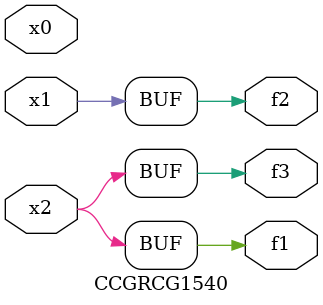
<source format=v>
module CCGRCG1540(
	input x0, x1, x2,
	output f1, f2, f3
);
	assign f1 = x2;
	assign f2 = x1;
	assign f3 = x2;
endmodule

</source>
